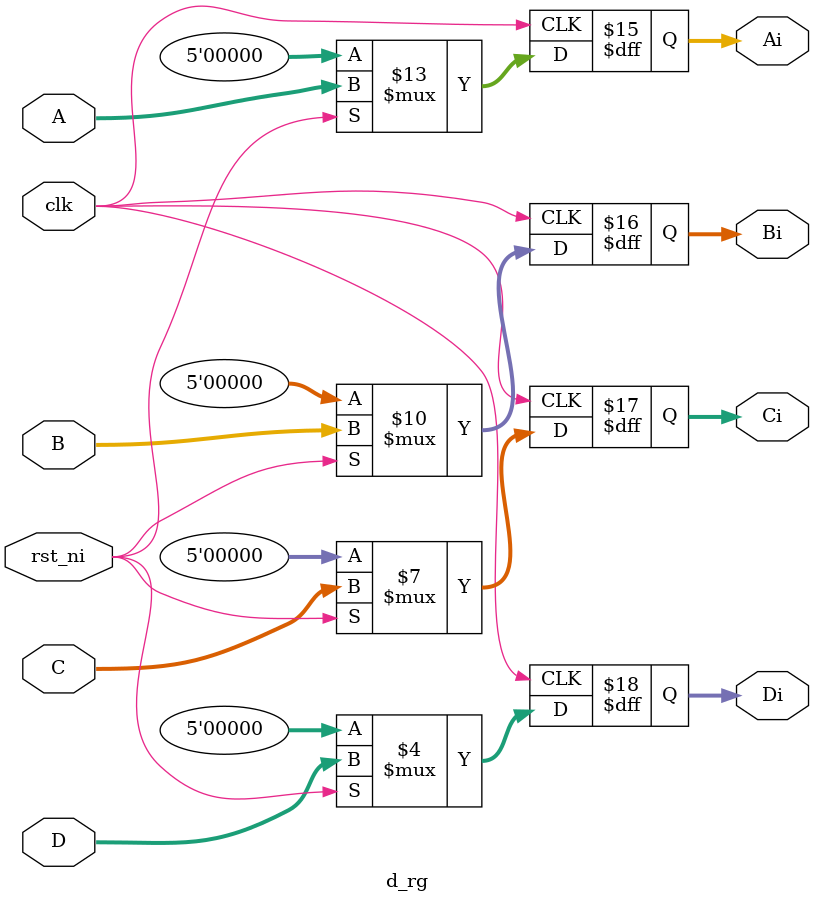
<source format=sv>
module d_rg (
  input clk, rst_ni,
  input [4:0] A, B, C, D,
  output reg [4:0] Ai, Bi, Ci, Di
);

	always @(posedge clk) begin
		if (rst_ni == 0) begin
			Ai <= 5'b0;
			Bi <= 5'b0;
			Ci <= 5'b0;
			Di <= 5'b0;
		end
		else begin
			Ai <= A;
			Bi <= B;
			Ci <= C;
			Di <= D;
		end
	end

endmodule

</source>
